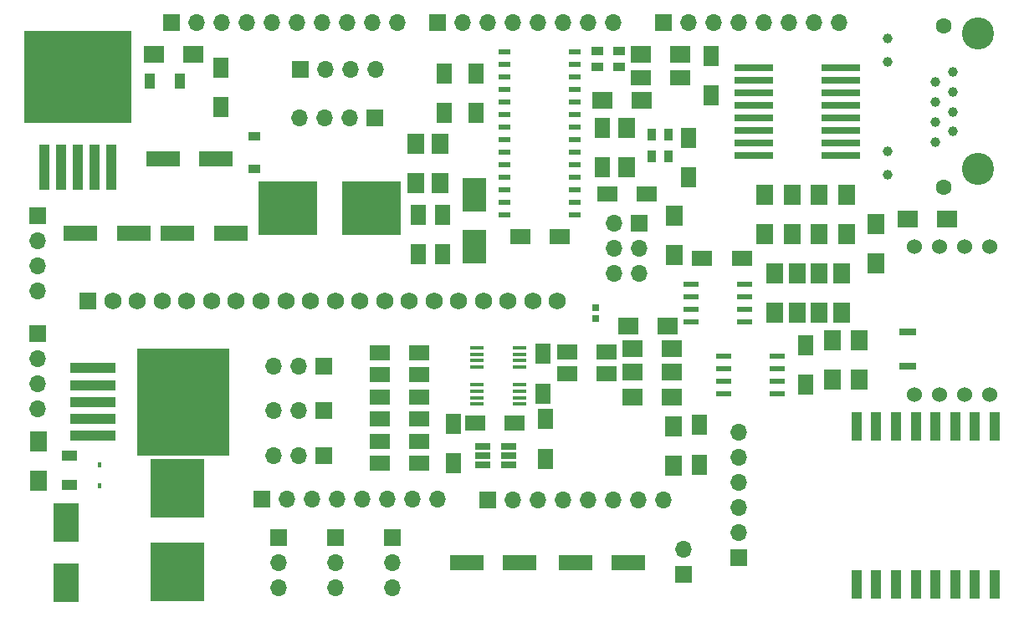
<source format=gts>
G04 #@! TF.FileFunction,Soldermask,Top*
%FSLAX46Y46*%
G04 Gerber Fmt 4.6, Leading zero omitted, Abs format (unit mm)*
G04 Created by KiCad (PCBNEW 4.0.5) date 03/19/18 20:55:47*
%MOMM*%
%LPD*%
G01*
G04 APERTURE LIST*
%ADD10C,0.100000*%
%ADD11R,3.500000X1.600000*%
%ADD12R,1.600000X2.000000*%
%ADD13R,2.000000X1.600000*%
%ADD14R,1.200000X0.900000*%
%ADD15R,1.143000X0.508000*%
%ADD16C,3.250000*%
%ADD17C,1.000000*%
%ADD18C,1.600000*%
%ADD19R,0.720000X0.720000*%
%ADD20R,2.000000X1.700000*%
%ADD21R,6.000000X5.500000*%
%ADD22R,1.700000X1.700000*%
%ADD23O,1.700000X1.700000*%
%ADD24R,1.750000X1.750000*%
%ADD25C,1.750000*%
%ADD26R,1.700000X2.000000*%
%ADD27R,0.900000X1.200000*%
%ADD28R,1.700000X0.800000*%
%ADD29R,4.000000X0.640000*%
%ADD30R,1.100000X4.600000*%
%ADD31R,10.800000X9.400000*%
%ADD32R,1.000000X3.000000*%
%ADD33R,1.560000X0.650000*%
%ADD34R,1.450000X0.450000*%
%ADD35R,1.550000X0.600000*%
%ADD36R,4.600000X1.100000*%
%ADD37R,9.400000X10.800000*%
%ADD38R,2.400000X3.500000*%
%ADD39R,2.500000X4.000000*%
%ADD40R,0.450000X0.600000*%
%ADD41R,5.500000X6.000000*%
%ADD42R,1.600000X1.000000*%
%ADD43R,1.000000X1.600000*%
%ADD44C,1.524000*%
G04 APERTURE END LIST*
D10*
D11*
X113000000Y-92200000D03*
X118400000Y-92200000D03*
D12*
X147200000Y-90300000D03*
X147200000Y-94300000D03*
X149600000Y-90300000D03*
X149600000Y-94300000D03*
X153000000Y-76000000D03*
X153000000Y-80000000D03*
D13*
X166275000Y-88175000D03*
X170275000Y-88175000D03*
D12*
X174500000Y-82500000D03*
X174500000Y-86500000D03*
D13*
X173700000Y-76400000D03*
X169700000Y-76400000D03*
D12*
X176800000Y-74200000D03*
X176800000Y-78200000D03*
X165750000Y-81500000D03*
X165750000Y-85500000D03*
X149750000Y-76000000D03*
X149750000Y-80000000D03*
D13*
X157500000Y-92500000D03*
X161500000Y-92500000D03*
D12*
X127200000Y-75400000D03*
X127200000Y-79400000D03*
D11*
X122800000Y-92200000D03*
X128200000Y-92200000D03*
X121300000Y-84600000D03*
X126700000Y-84600000D03*
D12*
X186400000Y-103500000D03*
X186400000Y-107500000D03*
D13*
X147250000Y-113250000D03*
X143250000Y-113250000D03*
X147250000Y-104250000D03*
X143250000Y-104250000D03*
X143250000Y-108750000D03*
X147250000Y-108750000D03*
X143250000Y-111000000D03*
X147250000Y-111000000D03*
X147250000Y-115500000D03*
X143250000Y-115500000D03*
X147250000Y-106500000D03*
X143250000Y-106500000D03*
D12*
X175600000Y-111600000D03*
X175600000Y-115600000D03*
X150750000Y-115500000D03*
X150750000Y-111500000D03*
X160000000Y-115000000D03*
X160000000Y-111000000D03*
D11*
X163050000Y-125500000D03*
X168450000Y-125500000D03*
D13*
X152900000Y-111400000D03*
X156900000Y-111400000D03*
D11*
X152050000Y-125500000D03*
X157450000Y-125500000D03*
D13*
X175900000Y-94700000D03*
X179900000Y-94700000D03*
D12*
X159800000Y-108400000D03*
X159800000Y-104400000D03*
D14*
X130600000Y-82350000D03*
X130600000Y-85650000D03*
D15*
X163006000Y-90305000D03*
X163006000Y-89035000D03*
X163006000Y-87765000D03*
X163006000Y-86495000D03*
X163006000Y-85225000D03*
X163006000Y-83955000D03*
X163006000Y-82685000D03*
X163006000Y-81415000D03*
X163006000Y-80145000D03*
X163006000Y-78875000D03*
X163006000Y-77605000D03*
X163006000Y-76335000D03*
X163006000Y-75065000D03*
X163006000Y-73795000D03*
X155894000Y-73795000D03*
X155894000Y-75065000D03*
X155894000Y-76335000D03*
X155894000Y-77605000D03*
X155894000Y-78875000D03*
X155894000Y-80145000D03*
X155894000Y-81415000D03*
X155894000Y-82685000D03*
X155894000Y-83955000D03*
X155894000Y-85225000D03*
X155894000Y-86495000D03*
X155894000Y-87765000D03*
X155894000Y-89035000D03*
X155894000Y-90305000D03*
D16*
X203800000Y-85700000D03*
X203800000Y-71980000D03*
D17*
X194660000Y-86210000D03*
X194660000Y-83920000D03*
X194660000Y-72490000D03*
X194660000Y-74780000D03*
X199480000Y-82910000D03*
X199480000Y-80880000D03*
X199480000Y-78850000D03*
X199480000Y-76820000D03*
X201260000Y-81890000D03*
X201260000Y-79860000D03*
X201260000Y-77830000D03*
X201260000Y-75800000D03*
D18*
X200370000Y-71220000D03*
X200370000Y-87480000D03*
D19*
X165100000Y-100850000D03*
X165100000Y-99750000D03*
D20*
X173700000Y-74100000D03*
X169700000Y-74100000D03*
D21*
X142450000Y-89600000D03*
X133950000Y-89600000D03*
D22*
X174000000Y-126750000D03*
D23*
X174000000Y-124210000D03*
D22*
X142800000Y-80500000D03*
D23*
X140260000Y-80500000D03*
X137720000Y-80500000D03*
X135180000Y-80500000D03*
D22*
X108600000Y-102300000D03*
D23*
X108600000Y-104840000D03*
X108600000Y-107380000D03*
X108600000Y-109920000D03*
D22*
X108600000Y-90400000D03*
D23*
X108600000Y-92940000D03*
X108600000Y-95480000D03*
X108600000Y-98020000D03*
D22*
X135200000Y-75600000D03*
D23*
X137740000Y-75600000D03*
X140280000Y-75600000D03*
X142820000Y-75600000D03*
D22*
X179600000Y-125000000D03*
D23*
X179600000Y-122460000D03*
X179600000Y-119920000D03*
X179600000Y-117380000D03*
X179600000Y-114840000D03*
X179600000Y-112300000D03*
D22*
X122220000Y-70880000D03*
D23*
X124760000Y-70880000D03*
X127300000Y-70880000D03*
X129840000Y-70880000D03*
X132380000Y-70880000D03*
X134920000Y-70880000D03*
X137460000Y-70880000D03*
X140000000Y-70880000D03*
X142540000Y-70880000D03*
X145080000Y-70880000D03*
D22*
X149150000Y-70860000D03*
D23*
X151690000Y-70860000D03*
X154230000Y-70860000D03*
X156770000Y-70860000D03*
X159310000Y-70860000D03*
X161850000Y-70860000D03*
X164390000Y-70860000D03*
X166930000Y-70860000D03*
D22*
X171960000Y-70840000D03*
D23*
X174500000Y-70840000D03*
X177040000Y-70840000D03*
X179580000Y-70840000D03*
X182120000Y-70840000D03*
X184660000Y-70840000D03*
X187200000Y-70840000D03*
X189740000Y-70840000D03*
D22*
X131300000Y-119130000D03*
D23*
X133840000Y-119130000D03*
X136380000Y-119130000D03*
X138920000Y-119130000D03*
X141460000Y-119130000D03*
X144000000Y-119130000D03*
X146540000Y-119130000D03*
X149080000Y-119130000D03*
D22*
X154170000Y-119150000D03*
D23*
X156710000Y-119150000D03*
X159250000Y-119150000D03*
X161790000Y-119150000D03*
X164330000Y-119150000D03*
X166870000Y-119150000D03*
X169410000Y-119150000D03*
X171950000Y-119150000D03*
D22*
X169540000Y-91190000D03*
D23*
X167000000Y-91190000D03*
X169540000Y-93730000D03*
X167000000Y-93730000D03*
X169540000Y-96270000D03*
X167000000Y-96270000D03*
D22*
X137600000Y-105600000D03*
D23*
X135060000Y-105600000D03*
X132520000Y-105600000D03*
D22*
X137600000Y-110100000D03*
D23*
X135060000Y-110100000D03*
X132520000Y-110100000D03*
D22*
X137600000Y-114700000D03*
D23*
X135060000Y-114700000D03*
X132520000Y-114700000D03*
D22*
X133000000Y-123000000D03*
D23*
X133000000Y-125540000D03*
X133000000Y-128080000D03*
D22*
X138750000Y-123000000D03*
D23*
X138750000Y-125540000D03*
X138750000Y-128080000D03*
D22*
X144500000Y-123000000D03*
D23*
X144500000Y-125540000D03*
X144500000Y-128080000D03*
D24*
X113750000Y-99000000D03*
D25*
X116250000Y-99000000D03*
X118750000Y-99000000D03*
X121250000Y-99000000D03*
X123750000Y-99000000D03*
X126250000Y-99000000D03*
X128750000Y-99000000D03*
X131250000Y-99000000D03*
X133750000Y-99000000D03*
X136250000Y-99000000D03*
X138750000Y-99000000D03*
X141250000Y-99000000D03*
X143750000Y-99000000D03*
X146250000Y-99000000D03*
X148750000Y-99000000D03*
X151250000Y-99000000D03*
X153750000Y-99000000D03*
X156250000Y-99000000D03*
X158750000Y-99000000D03*
X161250000Y-99000000D03*
D20*
X169750000Y-78750000D03*
X165750000Y-78750000D03*
D26*
X168250000Y-81500000D03*
X168250000Y-85500000D03*
D27*
X172500000Y-84350000D03*
X172500000Y-82150000D03*
X170750000Y-82150000D03*
X170750000Y-84350000D03*
D14*
X165250000Y-73750000D03*
X167450000Y-73750000D03*
X167450000Y-75300000D03*
X165250000Y-75300000D03*
D26*
X193500000Y-91250000D03*
X193500000Y-95250000D03*
D20*
X200700000Y-90700000D03*
X196700000Y-90700000D03*
D26*
X146900000Y-83100000D03*
X146900000Y-87100000D03*
X149400000Y-83100000D03*
X149400000Y-87100000D03*
D20*
X168400000Y-101600000D03*
X172400000Y-101600000D03*
X168800000Y-106200000D03*
X172800000Y-106200000D03*
X172800000Y-108800000D03*
X168800000Y-108800000D03*
X172800000Y-103900000D03*
X168800000Y-103900000D03*
D26*
X173000000Y-111750000D03*
X173000000Y-115750000D03*
X173100000Y-94400000D03*
X173100000Y-90400000D03*
X191800000Y-103000000D03*
X191800000Y-107000000D03*
X189100000Y-103000000D03*
X189100000Y-107000000D03*
X187750000Y-96250000D03*
X187750000Y-100250000D03*
X190000000Y-96250000D03*
X190000000Y-100250000D03*
X183250000Y-96250000D03*
X183250000Y-100250000D03*
X185500000Y-96250000D03*
X185500000Y-100250000D03*
X190500000Y-88250000D03*
X190500000Y-92250000D03*
X187750000Y-88250000D03*
X187750000Y-92250000D03*
X185000000Y-88250000D03*
X185000000Y-92250000D03*
X182250000Y-88250000D03*
X182250000Y-92250000D03*
D28*
X196700000Y-105600000D03*
X196700000Y-102200000D03*
D29*
X181117500Y-79265000D03*
X181117500Y-77995000D03*
X181117500Y-76725000D03*
X181117500Y-75455000D03*
X181117500Y-80535000D03*
X181117500Y-81805000D03*
X181117500Y-83075000D03*
X181117500Y-84345000D03*
X189882500Y-75455000D03*
X189882500Y-76725000D03*
X189882500Y-77995000D03*
X189882500Y-79265000D03*
X189882500Y-80535000D03*
X189882500Y-81805000D03*
X189882500Y-83075000D03*
X189882500Y-84345000D03*
D30*
X109300000Y-85475000D03*
X111000000Y-85475000D03*
X112700000Y-85475000D03*
X114400000Y-85475000D03*
X116100000Y-85475000D03*
D31*
X112700000Y-76325000D03*
D32*
X205500000Y-111750000D03*
X203500000Y-111750000D03*
X201500000Y-111750000D03*
X199500000Y-111750000D03*
X197500000Y-111750000D03*
X195500000Y-111750000D03*
X193500000Y-111750000D03*
X191500000Y-111750000D03*
X191500000Y-127750000D03*
X193500000Y-127750000D03*
X195500000Y-127750000D03*
X197500000Y-127750000D03*
X199500000Y-127750000D03*
X201500000Y-127750000D03*
X203500000Y-127750000D03*
X205500000Y-127750000D03*
D33*
X156350000Y-115650000D03*
X156350000Y-114700000D03*
X156350000Y-113750000D03*
X153650000Y-113750000D03*
X153650000Y-115650000D03*
X153650000Y-114700000D03*
D34*
X153050000Y-107525000D03*
X153050000Y-108175000D03*
X153050000Y-108825000D03*
X153050000Y-109475000D03*
X157450000Y-109475000D03*
X157450000Y-108825000D03*
X157450000Y-108175000D03*
X157450000Y-107525000D03*
X153050000Y-103775000D03*
X153050000Y-104425000D03*
X153050000Y-105075000D03*
X153050000Y-105725000D03*
X157450000Y-105725000D03*
X157450000Y-105075000D03*
X157450000Y-104425000D03*
X157450000Y-103775000D03*
D35*
X178050000Y-104595000D03*
X178050000Y-105865000D03*
X178050000Y-107135000D03*
X178050000Y-108405000D03*
X183450000Y-108405000D03*
X183450000Y-107135000D03*
X183450000Y-105865000D03*
X183450000Y-104595000D03*
X174800000Y-97345000D03*
X174800000Y-98615000D03*
X174800000Y-99885000D03*
X174800000Y-101155000D03*
X180200000Y-101155000D03*
X180200000Y-99885000D03*
X180200000Y-98615000D03*
X180200000Y-97345000D03*
D36*
X114225000Y-105850000D03*
X114225000Y-107550000D03*
X114225000Y-109250000D03*
X114225000Y-110950000D03*
X114225000Y-112650000D03*
D37*
X123375000Y-109250000D03*
D38*
X152800000Y-88300000D03*
X152800000Y-93500000D03*
D39*
X111500000Y-121450000D03*
X111500000Y-127550000D03*
D40*
X114900000Y-117750000D03*
X114900000Y-115650000D03*
D41*
X122750000Y-118000000D03*
X122750000Y-126500000D03*
D42*
X111900000Y-114700000D03*
X111900000Y-117700000D03*
D43*
X123000000Y-76800000D03*
X120000000Y-76800000D03*
D26*
X108750000Y-117250000D03*
X108750000Y-113250000D03*
D20*
X124400000Y-74100000D03*
X120400000Y-74100000D03*
D13*
X162200000Y-106400000D03*
X166200000Y-106400000D03*
X162200000Y-104200000D03*
X166200000Y-104200000D03*
D44*
X205000000Y-108500000D03*
X202460000Y-108500000D03*
X199920000Y-108500000D03*
X197380000Y-108500000D03*
X205000000Y-93500000D03*
X202460000Y-93500000D03*
X199920000Y-93500000D03*
X197380000Y-93500000D03*
M02*

</source>
